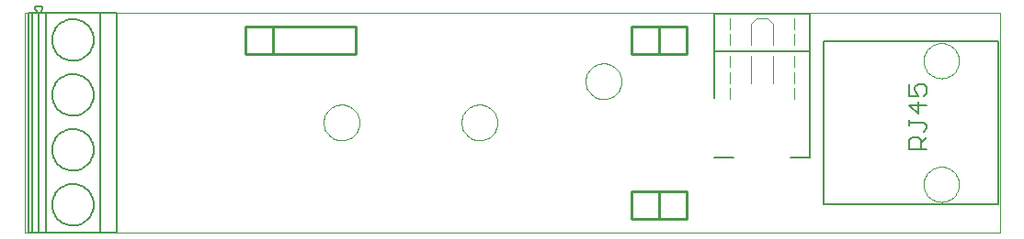
<source format=gto>
G75*
%MOIN*%
%OFA0B0*%
%FSLAX24Y24*%
%IPPOS*%
%LPD*%
%AMOC8*
5,1,8,0,0,1.08239X$1,22.5*
%
%ADD10C,0.0000*%
%ADD11C,0.0100*%
%ADD12C,0.0080*%
%ADD13C,0.0060*%
%ADD14C,0.0040*%
D10*
X000180Y000188D02*
X035550Y000188D01*
X035550Y008180D01*
X000180Y008180D01*
X000180Y000188D01*
X011030Y004180D02*
X011032Y004230D01*
X011038Y004280D01*
X011048Y004330D01*
X011061Y004378D01*
X011078Y004426D01*
X011099Y004472D01*
X011123Y004516D01*
X011151Y004558D01*
X011182Y004598D01*
X011216Y004635D01*
X011253Y004670D01*
X011292Y004701D01*
X011333Y004730D01*
X011377Y004755D01*
X011423Y004777D01*
X011470Y004795D01*
X011518Y004809D01*
X011567Y004820D01*
X011617Y004827D01*
X011667Y004830D01*
X011718Y004829D01*
X011768Y004824D01*
X011818Y004815D01*
X011866Y004803D01*
X011914Y004786D01*
X011960Y004766D01*
X012005Y004743D01*
X012048Y004716D01*
X012088Y004686D01*
X012126Y004653D01*
X012161Y004617D01*
X012194Y004578D01*
X012223Y004537D01*
X012249Y004494D01*
X012272Y004449D01*
X012291Y004402D01*
X012306Y004354D01*
X012318Y004305D01*
X012326Y004255D01*
X012330Y004205D01*
X012330Y004155D01*
X012326Y004105D01*
X012318Y004055D01*
X012306Y004006D01*
X012291Y003958D01*
X012272Y003911D01*
X012249Y003866D01*
X012223Y003823D01*
X012194Y003782D01*
X012161Y003743D01*
X012126Y003707D01*
X012088Y003674D01*
X012048Y003644D01*
X012005Y003617D01*
X011960Y003594D01*
X011914Y003574D01*
X011866Y003557D01*
X011818Y003545D01*
X011768Y003536D01*
X011718Y003531D01*
X011667Y003530D01*
X011617Y003533D01*
X011567Y003540D01*
X011518Y003551D01*
X011470Y003565D01*
X011423Y003583D01*
X011377Y003605D01*
X011333Y003630D01*
X011292Y003659D01*
X011253Y003690D01*
X011216Y003725D01*
X011182Y003762D01*
X011151Y003802D01*
X011123Y003844D01*
X011099Y003888D01*
X011078Y003934D01*
X011061Y003982D01*
X011048Y004030D01*
X011038Y004080D01*
X011032Y004130D01*
X011030Y004180D01*
X016030Y004180D02*
X016032Y004230D01*
X016038Y004280D01*
X016048Y004330D01*
X016061Y004378D01*
X016078Y004426D01*
X016099Y004472D01*
X016123Y004516D01*
X016151Y004558D01*
X016182Y004598D01*
X016216Y004635D01*
X016253Y004670D01*
X016292Y004701D01*
X016333Y004730D01*
X016377Y004755D01*
X016423Y004777D01*
X016470Y004795D01*
X016518Y004809D01*
X016567Y004820D01*
X016617Y004827D01*
X016667Y004830D01*
X016718Y004829D01*
X016768Y004824D01*
X016818Y004815D01*
X016866Y004803D01*
X016914Y004786D01*
X016960Y004766D01*
X017005Y004743D01*
X017048Y004716D01*
X017088Y004686D01*
X017126Y004653D01*
X017161Y004617D01*
X017194Y004578D01*
X017223Y004537D01*
X017249Y004494D01*
X017272Y004449D01*
X017291Y004402D01*
X017306Y004354D01*
X017318Y004305D01*
X017326Y004255D01*
X017330Y004205D01*
X017330Y004155D01*
X017326Y004105D01*
X017318Y004055D01*
X017306Y004006D01*
X017291Y003958D01*
X017272Y003911D01*
X017249Y003866D01*
X017223Y003823D01*
X017194Y003782D01*
X017161Y003743D01*
X017126Y003707D01*
X017088Y003674D01*
X017048Y003644D01*
X017005Y003617D01*
X016960Y003594D01*
X016914Y003574D01*
X016866Y003557D01*
X016818Y003545D01*
X016768Y003536D01*
X016718Y003531D01*
X016667Y003530D01*
X016617Y003533D01*
X016567Y003540D01*
X016518Y003551D01*
X016470Y003565D01*
X016423Y003583D01*
X016377Y003605D01*
X016333Y003630D01*
X016292Y003659D01*
X016253Y003690D01*
X016216Y003725D01*
X016182Y003762D01*
X016151Y003802D01*
X016123Y003844D01*
X016099Y003888D01*
X016078Y003934D01*
X016061Y003982D01*
X016048Y004030D01*
X016038Y004080D01*
X016032Y004130D01*
X016030Y004180D01*
X020530Y005680D02*
X020532Y005730D01*
X020538Y005780D01*
X020548Y005830D01*
X020561Y005878D01*
X020578Y005926D01*
X020599Y005972D01*
X020623Y006016D01*
X020651Y006058D01*
X020682Y006098D01*
X020716Y006135D01*
X020753Y006170D01*
X020792Y006201D01*
X020833Y006230D01*
X020877Y006255D01*
X020923Y006277D01*
X020970Y006295D01*
X021018Y006309D01*
X021067Y006320D01*
X021117Y006327D01*
X021167Y006330D01*
X021218Y006329D01*
X021268Y006324D01*
X021318Y006315D01*
X021366Y006303D01*
X021414Y006286D01*
X021460Y006266D01*
X021505Y006243D01*
X021548Y006216D01*
X021588Y006186D01*
X021626Y006153D01*
X021661Y006117D01*
X021694Y006078D01*
X021723Y006037D01*
X021749Y005994D01*
X021772Y005949D01*
X021791Y005902D01*
X021806Y005854D01*
X021818Y005805D01*
X021826Y005755D01*
X021830Y005705D01*
X021830Y005655D01*
X021826Y005605D01*
X021818Y005555D01*
X021806Y005506D01*
X021791Y005458D01*
X021772Y005411D01*
X021749Y005366D01*
X021723Y005323D01*
X021694Y005282D01*
X021661Y005243D01*
X021626Y005207D01*
X021588Y005174D01*
X021548Y005144D01*
X021505Y005117D01*
X021460Y005094D01*
X021414Y005074D01*
X021366Y005057D01*
X021318Y005045D01*
X021268Y005036D01*
X021218Y005031D01*
X021167Y005030D01*
X021117Y005033D01*
X021067Y005040D01*
X021018Y005051D01*
X020970Y005065D01*
X020923Y005083D01*
X020877Y005105D01*
X020833Y005130D01*
X020792Y005159D01*
X020753Y005190D01*
X020716Y005225D01*
X020682Y005262D01*
X020651Y005302D01*
X020623Y005344D01*
X020599Y005388D01*
X020578Y005434D01*
X020561Y005482D01*
X020548Y005530D01*
X020538Y005580D01*
X020532Y005630D01*
X020530Y005680D01*
X032790Y006430D02*
X032792Y006480D01*
X032798Y006530D01*
X032808Y006579D01*
X032821Y006628D01*
X032839Y006675D01*
X032860Y006721D01*
X032884Y006764D01*
X032912Y006806D01*
X032943Y006846D01*
X032977Y006883D01*
X033014Y006917D01*
X033054Y006948D01*
X033096Y006976D01*
X033139Y007000D01*
X033185Y007021D01*
X033232Y007039D01*
X033281Y007052D01*
X033330Y007062D01*
X033380Y007068D01*
X033430Y007070D01*
X033480Y007068D01*
X033530Y007062D01*
X033579Y007052D01*
X033628Y007039D01*
X033675Y007021D01*
X033721Y007000D01*
X033764Y006976D01*
X033806Y006948D01*
X033846Y006917D01*
X033883Y006883D01*
X033917Y006846D01*
X033948Y006806D01*
X033976Y006764D01*
X034000Y006721D01*
X034021Y006675D01*
X034039Y006628D01*
X034052Y006579D01*
X034062Y006530D01*
X034068Y006480D01*
X034070Y006430D01*
X034068Y006380D01*
X034062Y006330D01*
X034052Y006281D01*
X034039Y006232D01*
X034021Y006185D01*
X034000Y006139D01*
X033976Y006096D01*
X033948Y006054D01*
X033917Y006014D01*
X033883Y005977D01*
X033846Y005943D01*
X033806Y005912D01*
X033764Y005884D01*
X033721Y005860D01*
X033675Y005839D01*
X033628Y005821D01*
X033579Y005808D01*
X033530Y005798D01*
X033480Y005792D01*
X033430Y005790D01*
X033380Y005792D01*
X033330Y005798D01*
X033281Y005808D01*
X033232Y005821D01*
X033185Y005839D01*
X033139Y005860D01*
X033096Y005884D01*
X033054Y005912D01*
X033014Y005943D01*
X032977Y005977D01*
X032943Y006014D01*
X032912Y006054D01*
X032884Y006096D01*
X032860Y006139D01*
X032839Y006185D01*
X032821Y006232D01*
X032808Y006281D01*
X032798Y006330D01*
X032792Y006380D01*
X032790Y006430D01*
X032790Y001930D02*
X032792Y001980D01*
X032798Y002030D01*
X032808Y002079D01*
X032821Y002128D01*
X032839Y002175D01*
X032860Y002221D01*
X032884Y002264D01*
X032912Y002306D01*
X032943Y002346D01*
X032977Y002383D01*
X033014Y002417D01*
X033054Y002448D01*
X033096Y002476D01*
X033139Y002500D01*
X033185Y002521D01*
X033232Y002539D01*
X033281Y002552D01*
X033330Y002562D01*
X033380Y002568D01*
X033430Y002570D01*
X033480Y002568D01*
X033530Y002562D01*
X033579Y002552D01*
X033628Y002539D01*
X033675Y002521D01*
X033721Y002500D01*
X033764Y002476D01*
X033806Y002448D01*
X033846Y002417D01*
X033883Y002383D01*
X033917Y002346D01*
X033948Y002306D01*
X033976Y002264D01*
X034000Y002221D01*
X034021Y002175D01*
X034039Y002128D01*
X034052Y002079D01*
X034062Y002030D01*
X034068Y001980D01*
X034070Y001930D01*
X034068Y001880D01*
X034062Y001830D01*
X034052Y001781D01*
X034039Y001732D01*
X034021Y001685D01*
X034000Y001639D01*
X033976Y001596D01*
X033948Y001554D01*
X033917Y001514D01*
X033883Y001477D01*
X033846Y001443D01*
X033806Y001412D01*
X033764Y001384D01*
X033721Y001360D01*
X033675Y001339D01*
X033628Y001321D01*
X033579Y001308D01*
X033530Y001298D01*
X033480Y001292D01*
X033430Y001290D01*
X033380Y001292D01*
X033330Y001298D01*
X033281Y001308D01*
X033232Y001321D01*
X033185Y001339D01*
X033139Y001360D01*
X033096Y001384D01*
X033054Y001412D01*
X033014Y001443D01*
X032977Y001477D01*
X032943Y001514D01*
X032912Y001554D01*
X032884Y001596D01*
X032860Y001639D01*
X032839Y001685D01*
X032821Y001732D01*
X032808Y001781D01*
X032798Y001830D01*
X032792Y001880D01*
X032790Y001930D01*
D11*
X024180Y001680D02*
X024180Y000680D01*
X022180Y000680D01*
X022180Y001680D01*
X023180Y001680D01*
X023180Y000680D01*
X023180Y001680D02*
X024180Y001680D01*
X024180Y006680D02*
X022180Y006680D01*
X022180Y007680D01*
X023180Y007680D01*
X023180Y006680D01*
X024180Y006680D02*
X024180Y007680D01*
X023180Y007680D01*
X012180Y007680D02*
X012180Y006680D01*
X008180Y006680D01*
X008180Y007680D01*
X009180Y007680D01*
X009180Y006680D01*
X009180Y007680D02*
X012180Y007680D01*
D12*
X003524Y008188D02*
X002924Y008188D01*
X002734Y008188D01*
X001160Y008188D01*
X000966Y008188D01*
X000966Y000188D01*
X000699Y000188D01*
X000454Y000188D01*
X000336Y000188D01*
X000336Y008188D01*
X000454Y008188D01*
X000454Y000188D01*
X000699Y000188D02*
X000699Y008188D01*
X000620Y008188D01*
X000454Y008188D01*
X000561Y008309D02*
X000620Y008239D01*
X000620Y008188D01*
X000699Y008188D02*
X000783Y008188D01*
X000966Y008188D01*
X000842Y008309D02*
X000783Y008239D01*
X000783Y008188D01*
X000842Y008309D02*
X000842Y008413D01*
X000561Y008413D01*
X000561Y008309D01*
X001186Y007188D02*
X001188Y007242D01*
X001194Y007297D01*
X001204Y007350D01*
X001217Y007403D01*
X001235Y007454D01*
X001256Y007505D01*
X001280Y007553D01*
X001308Y007600D01*
X001340Y007644D01*
X001374Y007686D01*
X001412Y007726D01*
X001452Y007763D01*
X001495Y007796D01*
X001540Y007827D01*
X001587Y007854D01*
X001636Y007878D01*
X001686Y007898D01*
X001738Y007915D01*
X001791Y007927D01*
X001845Y007936D01*
X001899Y007941D01*
X001954Y007942D01*
X002008Y007939D01*
X002062Y007932D01*
X002115Y007921D01*
X002168Y007907D01*
X002219Y007888D01*
X002269Y007866D01*
X002317Y007841D01*
X002363Y007812D01*
X002407Y007780D01*
X002449Y007745D01*
X002487Y007707D01*
X002523Y007666D01*
X002556Y007622D01*
X002586Y007577D01*
X002612Y007529D01*
X002635Y007480D01*
X002655Y007429D01*
X002670Y007377D01*
X002682Y007323D01*
X002690Y007270D01*
X002694Y007215D01*
X002694Y007161D01*
X002690Y007106D01*
X002682Y007053D01*
X002670Y006999D01*
X002655Y006947D01*
X002635Y006896D01*
X002612Y006847D01*
X002586Y006799D01*
X002556Y006754D01*
X002523Y006710D01*
X002487Y006669D01*
X002449Y006631D01*
X002407Y006596D01*
X002363Y006564D01*
X002317Y006535D01*
X002269Y006510D01*
X002219Y006488D01*
X002168Y006469D01*
X002115Y006455D01*
X002062Y006444D01*
X002008Y006437D01*
X001954Y006434D01*
X001899Y006435D01*
X001845Y006440D01*
X001791Y006449D01*
X001738Y006461D01*
X001686Y006478D01*
X001636Y006498D01*
X001587Y006522D01*
X001540Y006549D01*
X001495Y006580D01*
X001452Y006613D01*
X001412Y006650D01*
X001374Y006690D01*
X001340Y006732D01*
X001308Y006776D01*
X001280Y006823D01*
X001256Y006871D01*
X001235Y006922D01*
X001217Y006973D01*
X001204Y007026D01*
X001194Y007079D01*
X001188Y007134D01*
X001186Y007188D01*
X002924Y008188D02*
X002924Y000188D01*
X003524Y000188D01*
X003524Y008188D01*
X001186Y005188D02*
X001188Y005242D01*
X001194Y005297D01*
X001204Y005350D01*
X001217Y005403D01*
X001235Y005454D01*
X001256Y005505D01*
X001280Y005553D01*
X001308Y005600D01*
X001340Y005644D01*
X001374Y005686D01*
X001412Y005726D01*
X001452Y005763D01*
X001495Y005796D01*
X001540Y005827D01*
X001587Y005854D01*
X001636Y005878D01*
X001686Y005898D01*
X001738Y005915D01*
X001791Y005927D01*
X001845Y005936D01*
X001899Y005941D01*
X001954Y005942D01*
X002008Y005939D01*
X002062Y005932D01*
X002115Y005921D01*
X002168Y005907D01*
X002219Y005888D01*
X002269Y005866D01*
X002317Y005841D01*
X002363Y005812D01*
X002407Y005780D01*
X002449Y005745D01*
X002487Y005707D01*
X002523Y005666D01*
X002556Y005622D01*
X002586Y005577D01*
X002612Y005529D01*
X002635Y005480D01*
X002655Y005429D01*
X002670Y005377D01*
X002682Y005323D01*
X002690Y005270D01*
X002694Y005215D01*
X002694Y005161D01*
X002690Y005106D01*
X002682Y005053D01*
X002670Y004999D01*
X002655Y004947D01*
X002635Y004896D01*
X002612Y004847D01*
X002586Y004799D01*
X002556Y004754D01*
X002523Y004710D01*
X002487Y004669D01*
X002449Y004631D01*
X002407Y004596D01*
X002363Y004564D01*
X002317Y004535D01*
X002269Y004510D01*
X002219Y004488D01*
X002168Y004469D01*
X002115Y004455D01*
X002062Y004444D01*
X002008Y004437D01*
X001954Y004434D01*
X001899Y004435D01*
X001845Y004440D01*
X001791Y004449D01*
X001738Y004461D01*
X001686Y004478D01*
X001636Y004498D01*
X001587Y004522D01*
X001540Y004549D01*
X001495Y004580D01*
X001452Y004613D01*
X001412Y004650D01*
X001374Y004690D01*
X001340Y004732D01*
X001308Y004776D01*
X001280Y004823D01*
X001256Y004871D01*
X001235Y004922D01*
X001217Y004973D01*
X001204Y005026D01*
X001194Y005079D01*
X001188Y005134D01*
X001186Y005188D01*
X001186Y003188D02*
X001188Y003242D01*
X001194Y003297D01*
X001204Y003350D01*
X001217Y003403D01*
X001235Y003454D01*
X001256Y003505D01*
X001280Y003553D01*
X001308Y003600D01*
X001340Y003644D01*
X001374Y003686D01*
X001412Y003726D01*
X001452Y003763D01*
X001495Y003796D01*
X001540Y003827D01*
X001587Y003854D01*
X001636Y003878D01*
X001686Y003898D01*
X001738Y003915D01*
X001791Y003927D01*
X001845Y003936D01*
X001899Y003941D01*
X001954Y003942D01*
X002008Y003939D01*
X002062Y003932D01*
X002115Y003921D01*
X002168Y003907D01*
X002219Y003888D01*
X002269Y003866D01*
X002317Y003841D01*
X002363Y003812D01*
X002407Y003780D01*
X002449Y003745D01*
X002487Y003707D01*
X002523Y003666D01*
X002556Y003622D01*
X002586Y003577D01*
X002612Y003529D01*
X002635Y003480D01*
X002655Y003429D01*
X002670Y003377D01*
X002682Y003323D01*
X002690Y003270D01*
X002694Y003215D01*
X002694Y003161D01*
X002690Y003106D01*
X002682Y003053D01*
X002670Y002999D01*
X002655Y002947D01*
X002635Y002896D01*
X002612Y002847D01*
X002586Y002799D01*
X002556Y002754D01*
X002523Y002710D01*
X002487Y002669D01*
X002449Y002631D01*
X002407Y002596D01*
X002363Y002564D01*
X002317Y002535D01*
X002269Y002510D01*
X002219Y002488D01*
X002168Y002469D01*
X002115Y002455D01*
X002062Y002444D01*
X002008Y002437D01*
X001954Y002434D01*
X001899Y002435D01*
X001845Y002440D01*
X001791Y002449D01*
X001738Y002461D01*
X001686Y002478D01*
X001636Y002498D01*
X001587Y002522D01*
X001540Y002549D01*
X001495Y002580D01*
X001452Y002613D01*
X001412Y002650D01*
X001374Y002690D01*
X001340Y002732D01*
X001308Y002776D01*
X001280Y002823D01*
X001256Y002871D01*
X001235Y002922D01*
X001217Y002973D01*
X001204Y003026D01*
X001194Y003079D01*
X001188Y003134D01*
X001186Y003188D01*
X001186Y001188D02*
X001188Y001242D01*
X001194Y001297D01*
X001204Y001350D01*
X001217Y001403D01*
X001235Y001454D01*
X001256Y001505D01*
X001280Y001553D01*
X001308Y001600D01*
X001340Y001644D01*
X001374Y001686D01*
X001412Y001726D01*
X001452Y001763D01*
X001495Y001796D01*
X001540Y001827D01*
X001587Y001854D01*
X001636Y001878D01*
X001686Y001898D01*
X001738Y001915D01*
X001791Y001927D01*
X001845Y001936D01*
X001899Y001941D01*
X001954Y001942D01*
X002008Y001939D01*
X002062Y001932D01*
X002115Y001921D01*
X002168Y001907D01*
X002219Y001888D01*
X002269Y001866D01*
X002317Y001841D01*
X002363Y001812D01*
X002407Y001780D01*
X002449Y001745D01*
X002487Y001707D01*
X002523Y001666D01*
X002556Y001622D01*
X002586Y001577D01*
X002612Y001529D01*
X002635Y001480D01*
X002655Y001429D01*
X002670Y001377D01*
X002682Y001323D01*
X002690Y001270D01*
X002694Y001215D01*
X002694Y001161D01*
X002690Y001106D01*
X002682Y001053D01*
X002670Y000999D01*
X002655Y000947D01*
X002635Y000896D01*
X002612Y000847D01*
X002586Y000799D01*
X002556Y000754D01*
X002523Y000710D01*
X002487Y000669D01*
X002449Y000631D01*
X002407Y000596D01*
X002363Y000564D01*
X002317Y000535D01*
X002269Y000510D01*
X002219Y000488D01*
X002168Y000469D01*
X002115Y000455D01*
X002062Y000444D01*
X002008Y000437D01*
X001954Y000434D01*
X001899Y000435D01*
X001845Y000440D01*
X001791Y000449D01*
X001738Y000461D01*
X001686Y000478D01*
X001636Y000498D01*
X001587Y000522D01*
X001540Y000549D01*
X001495Y000580D01*
X001452Y000613D01*
X001412Y000650D01*
X001374Y000690D01*
X001340Y000732D01*
X001308Y000776D01*
X001280Y000823D01*
X001256Y000871D01*
X001235Y000922D01*
X001217Y000973D01*
X001204Y001026D01*
X001194Y001079D01*
X001188Y001134D01*
X001186Y001188D01*
X001160Y000188D02*
X000966Y000188D01*
X001160Y000188D02*
X002734Y000188D01*
X002924Y000188D01*
X025198Y002904D02*
X025906Y002904D01*
X027954Y002904D02*
X028662Y002904D01*
X028662Y006763D01*
X025198Y006763D01*
X025198Y008141D02*
X025198Y005070D01*
X028662Y006763D02*
X028662Y008141D01*
X025198Y008141D01*
X029171Y007143D02*
X035494Y007143D01*
X035494Y001217D01*
X029171Y001217D01*
X029171Y007143D01*
D13*
X032259Y005571D02*
X032259Y005144D01*
X032580Y005144D01*
X032473Y005357D01*
X032473Y005464D01*
X032580Y005571D01*
X032793Y005571D01*
X032900Y005464D01*
X032900Y005250D01*
X032793Y005144D01*
X032580Y004926D02*
X032580Y004499D01*
X032259Y004819D01*
X032900Y004819D01*
X032259Y004282D02*
X032259Y004068D01*
X032259Y004175D02*
X032793Y004175D01*
X032900Y004068D01*
X032900Y003961D01*
X032793Y003855D01*
X032900Y003637D02*
X032686Y003424D01*
X032686Y003530D02*
X032686Y003210D01*
X032900Y003210D02*
X032259Y003210D01*
X032259Y003530D01*
X032366Y003637D01*
X032580Y003637D01*
X032686Y003530D01*
D14*
X028111Y005030D02*
X028111Y005424D01*
X028111Y005621D02*
X028111Y006015D01*
X028111Y006211D02*
X028111Y006605D01*
X027324Y006605D02*
X027324Y005621D01*
X026536Y005621D02*
X026536Y006605D01*
X025749Y006605D02*
X025749Y006211D01*
X025749Y006015D02*
X025749Y005621D01*
X025749Y005424D02*
X025749Y005030D01*
X025749Y006999D02*
X025749Y007393D01*
X025749Y007589D02*
X025749Y007983D01*
X026536Y007786D02*
X026733Y007983D01*
X027127Y007983D01*
X027324Y007786D01*
X027324Y006999D01*
X028111Y006999D02*
X028111Y007393D01*
X028111Y007589D02*
X028111Y007983D01*
X026536Y007786D02*
X026536Y006999D01*
M02*

</source>
